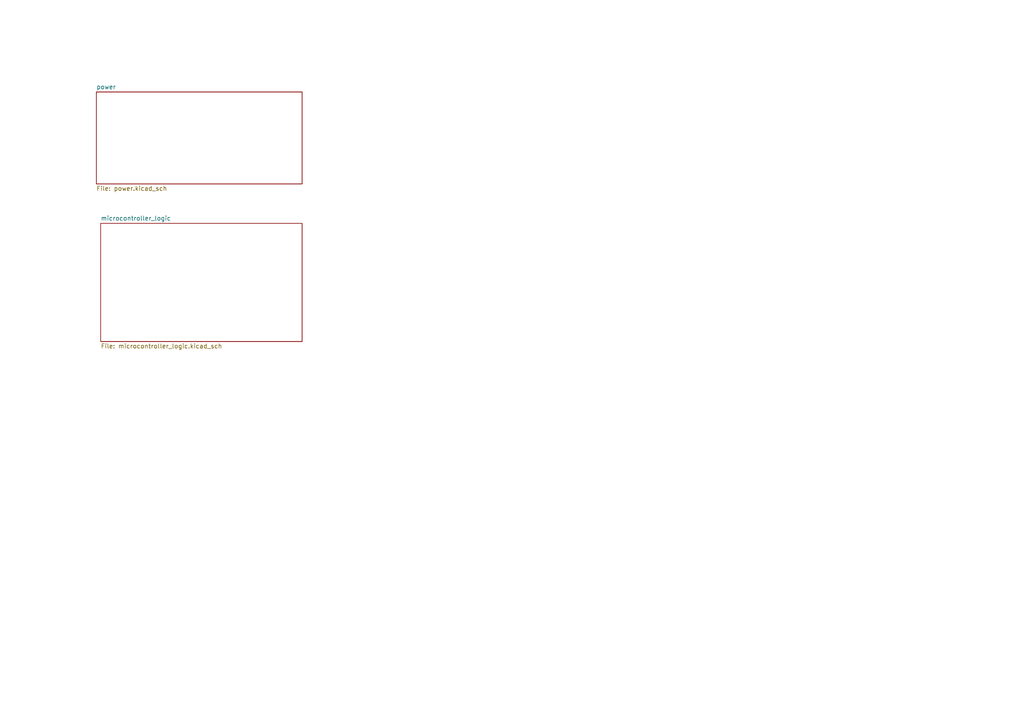
<source format=kicad_sch>
(kicad_sch (version 20230121) (generator eeschema)
  (paper "A4")
  (lib_symbols)
  (sheet (at 27.94 26.67) (size 59.69 26.67) (stroke (width 0.1524))
    (property "Sheetname" "power" (at 27.94 25.9584 0) (effects (justify left bottom)))
    (property "Sheetfile" "power.kicad_sch" (at 27.94 53.9246 0) (effects (justify left top)))
  )
  (sheet (at 29.21 64.77) (size 58.42 34.29) (stroke (width 0.1524))
    (property "Sheetname" "microcontroller_logic" (at 29.21 64.0584 0) (effects (justify left bottom)))
    (property "Sheetfile" "microcontroller_logic.kicad_sch" (at 29.21 99.6446 0) (effects (justify left top)))
  )
)
</source>
